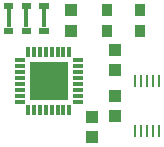
<source format=gbr>
%TF.GenerationSoftware,KiCad,Pcbnew,6.0.5-a6ca702e91~116~ubuntu20.04.1*%
%TF.CreationDate,2022-05-09T20:04:05+03:00*%
%TF.ProjectId,ict_v361-xs,6963745f-7633-4363-912d-78732e6b6963,rev?*%
%TF.SameCoordinates,Original*%
%TF.FileFunction,Paste,Top*%
%TF.FilePolarity,Positive*%
%FSLAX46Y46*%
G04 Gerber Fmt 4.6, Leading zero omitted, Abs format (unit mm)*
G04 Created by KiCad (PCBNEW 6.0.5-a6ca702e91~116~ubuntu20.04.1) date 2022-05-09 20:04:05*
%MOMM*%
%LPD*%
G01*
G04 APERTURE LIST*
%ADD10R,0.250000X1.000000*%
%ADD11R,0.900000X1.100000*%
%ADD12R,1.080000X1.050000*%
%ADD13R,0.304800X0.812800*%
%ADD14R,0.812800X0.304800*%
%ADD15R,3.251200X3.251200*%
%ADD16R,0.400000X1.600000*%
%ADD17R,1.100000X1.000000*%
G04 APERTURE END LIST*
%TO.C,Y1*%
G36*
X146101100Y-96903600D02*
G01*
X145301100Y-96903600D01*
X145301100Y-96403600D01*
X146101100Y-96403600D01*
X146101100Y-96903600D01*
G37*
G36*
X144601100Y-96903600D02*
G01*
X143801100Y-96903600D01*
X143801100Y-96403600D01*
X144601100Y-96403600D01*
X144601100Y-96903600D01*
G37*
G36*
X143101100Y-96903600D02*
G01*
X142301100Y-96903600D01*
X142301100Y-96403600D01*
X143101100Y-96403600D01*
X143101100Y-96903600D01*
G37*
G36*
X146101100Y-94803600D02*
G01*
X145301100Y-94803600D01*
X145301100Y-94303600D01*
X146101100Y-94303600D01*
X146101100Y-94803600D01*
G37*
G36*
X144601100Y-94803600D02*
G01*
X143801100Y-94803600D01*
X143801100Y-94303600D01*
X144601100Y-94303600D01*
X144601100Y-94803600D01*
G37*
G36*
X143101100Y-94803600D02*
G01*
X142301100Y-94803600D01*
X142301100Y-94303600D01*
X143101100Y-94303600D01*
X143101100Y-94803600D01*
G37*
%TD*%
D10*
%TO.C,U3*%
X155391000Y-105118300D03*
X154891000Y-105118300D03*
X154391000Y-105118300D03*
X153891000Y-105118300D03*
X153391000Y-105118300D03*
X153391000Y-100892100D03*
X153891000Y-100892100D03*
X154391000Y-100892100D03*
X154891000Y-100892100D03*
X155391000Y-100892100D03*
%TD*%
D11*
%TO.C,TCXO0*%
X151001100Y-96703600D03*
X153801100Y-94903600D03*
X153801100Y-96703600D03*
X151001100Y-94903600D03*
%TD*%
D12*
%TO.C,C2*%
X149801100Y-103928600D03*
X149801100Y-105678600D03*
%TD*%
D13*
%TO.C,U4*%
X147853700Y-98439800D03*
X147345700Y-98439800D03*
X146863100Y-98439800D03*
X146355100Y-98439800D03*
X145847100Y-98439800D03*
X145339100Y-98439800D03*
X144856500Y-98439800D03*
X144348500Y-98439800D03*
D14*
X143637300Y-99151000D03*
X143637300Y-99659000D03*
X143637300Y-100141600D03*
X143637300Y-100649600D03*
X143637300Y-101157600D03*
X143637300Y-101665600D03*
X143637300Y-102148200D03*
X143637300Y-102656200D03*
D13*
X144348500Y-103367400D03*
X144856500Y-103367400D03*
X145339100Y-103367400D03*
X145847100Y-103367400D03*
X146355100Y-103367400D03*
X146863100Y-103367400D03*
X147345700Y-103367400D03*
X147853700Y-103367400D03*
D14*
X148564900Y-102656200D03*
X148564900Y-102148200D03*
X148564900Y-101665600D03*
X148564900Y-101157600D03*
X148564900Y-100649600D03*
X148564900Y-100141600D03*
X148564900Y-99659000D03*
X148564900Y-99151000D03*
D15*
X146101100Y-100903600D03*
%TD*%
D16*
%TO.C,Y1*%
X145701100Y-95603600D03*
X144201100Y-95603600D03*
X142701100Y-95603600D03*
%TD*%
D12*
%TO.C,C1*%
X148001100Y-94928600D03*
X148001100Y-96678600D03*
%TD*%
D17*
%TO.C,PU2*%
X151701100Y-98253600D03*
X151701100Y-99953600D03*
%TD*%
%TO.C,PU1*%
X151701100Y-103853600D03*
X151701100Y-102153600D03*
%TD*%
M02*

</source>
